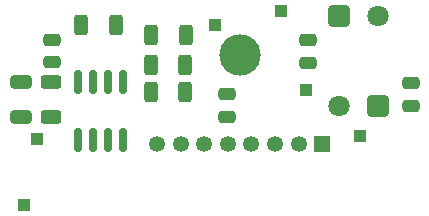
<source format=gbr>
%TF.GenerationSoftware,KiCad,Pcbnew,9.0.4*%
%TF.CreationDate,2025-11-18T22:26:02-03:00*%
%TF.ProjectId,MXRpedal,4d585270-6564-4616-9c2e-6b696361645f,rev?*%
%TF.SameCoordinates,Original*%
%TF.FileFunction,Soldermask,Top*%
%TF.FilePolarity,Negative*%
%FSLAX46Y46*%
G04 Gerber Fmt 4.6, Leading zero omitted, Abs format (unit mm)*
G04 Created by KiCad (PCBNEW 9.0.4) date 2025-11-18 22:26:02*
%MOMM*%
%LPD*%
G01*
G04 APERTURE LIST*
G04 Aperture macros list*
%AMRoundRect*
0 Rectangle with rounded corners*
0 $1 Rounding radius*
0 $2 $3 $4 $5 $6 $7 $8 $9 X,Y pos of 4 corners*
0 Add a 4 corners polygon primitive as box body*
4,1,4,$2,$3,$4,$5,$6,$7,$8,$9,$2,$3,0*
0 Add four circle primitives for the rounded corners*
1,1,$1+$1,$2,$3*
1,1,$1+$1,$4,$5*
1,1,$1+$1,$6,$7*
1,1,$1+$1,$8,$9*
0 Add four rect primitives between the rounded corners*
20,1,$1+$1,$2,$3,$4,$5,0*
20,1,$1+$1,$4,$5,$6,$7,0*
20,1,$1+$1,$6,$7,$8,$9,0*
20,1,$1+$1,$8,$9,$2,$3,0*%
G04 Aperture macros list end*
%ADD10R,1.000000X1.000000*%
%ADD11RoundRect,0.250000X0.650000X-0.650000X0.650000X0.650000X-0.650000X0.650000X-0.650000X-0.650000X0*%
%ADD12C,1.800000*%
%ADD13RoundRect,0.250000X0.625000X-0.312500X0.625000X0.312500X-0.625000X0.312500X-0.625000X-0.312500X0*%
%ADD14R,1.350000X1.350000*%
%ADD15C,1.350000*%
%ADD16RoundRect,0.250000X0.312500X0.625000X-0.312500X0.625000X-0.312500X-0.625000X0.312500X-0.625000X0*%
%ADD17RoundRect,0.250000X0.475000X-0.250000X0.475000X0.250000X-0.475000X0.250000X-0.475000X-0.250000X0*%
%ADD18RoundRect,0.250000X-0.650000X0.325000X-0.650000X-0.325000X0.650000X-0.325000X0.650000X0.325000X0*%
%ADD19RoundRect,0.150000X0.150000X-0.825000X0.150000X0.825000X-0.150000X0.825000X-0.150000X-0.825000X0*%
%ADD20RoundRect,0.250000X-0.475000X0.250000X-0.475000X-0.250000X0.475000X-0.250000X0.475000X0.250000X0*%
%ADD21C,3.500000*%
%ADD22RoundRect,0.250000X-0.650000X0.650000X-0.650000X-0.650000X0.650000X-0.650000X0.650000X0.650000X0*%
%ADD23RoundRect,0.250000X-0.312500X-0.625000X0.312500X-0.625000X0.312500X0.625000X-0.312500X0.625000X0*%
G04 APERTURE END LIST*
D10*
%TO.C,*%
X105425000Y-79425000D03*
%TD*%
D11*
%TO.C,D1*%
X119175000Y-86260000D03*
D12*
X119175000Y-78640000D03*
%TD*%
D13*
%TO.C,R3*%
X91500000Y-87225000D03*
X91500000Y-84300000D03*
%TD*%
D14*
%TO.C,J2*%
X114500000Y-89500000D03*
D15*
X112500000Y-89500000D03*
X110500000Y-89500000D03*
X108500000Y-89500000D03*
X106500000Y-89500000D03*
X104500000Y-89500000D03*
X102500000Y-89500000D03*
X100500000Y-89500000D03*
%TD*%
D16*
%TO.C,R1*%
X102912500Y-82800000D03*
X99987500Y-82800000D03*
%TD*%
D17*
%TO.C,C2*%
X106450000Y-87200000D03*
X106450000Y-85300000D03*
%TD*%
D10*
%TO.C,*%
X90375000Y-89100000D03*
%TD*%
D17*
%TO.C,C4*%
X91575000Y-82575000D03*
X91575000Y-80675000D03*
%TD*%
D18*
%TO.C,C3*%
X88975000Y-84250000D03*
X88975000Y-87200000D03*
%TD*%
D17*
%TO.C,C1*%
X113275000Y-82650000D03*
X113275000Y-80750000D03*
%TD*%
D10*
%TO.C,*%
X117725000Y-88875000D03*
%TD*%
D16*
%TO.C,R4*%
X102912500Y-85150000D03*
X99987500Y-85150000D03*
%TD*%
D10*
%TO.C,*%
X110975000Y-78250000D03*
%TD*%
D19*
%TO.C,U1*%
X93805000Y-89200000D03*
X95075000Y-89200000D03*
X96345000Y-89200000D03*
X97615000Y-89200000D03*
X97615000Y-84250000D03*
X96345000Y-84250000D03*
X95075000Y-84250000D03*
X93805000Y-84250000D03*
%TD*%
D10*
%TO.C,*%
X89250000Y-94675000D03*
%TD*%
%TO.C,*%
X113100000Y-84925000D03*
%TD*%
D20*
%TO.C,C5*%
X121975000Y-84360000D03*
X121975000Y-86260000D03*
%TD*%
D21*
%TO.C,H1*%
X107500000Y-82000000D03*
%TD*%
D22*
%TO.C,D2*%
X115900000Y-78665000D03*
D12*
X115900000Y-86285000D03*
%TD*%
D16*
%TO.C,R2*%
X102950000Y-80300000D03*
X100025000Y-80300000D03*
%TD*%
D23*
%TO.C,R5*%
X94087500Y-79425000D03*
X97012500Y-79425000D03*
%TD*%
M02*

</source>
